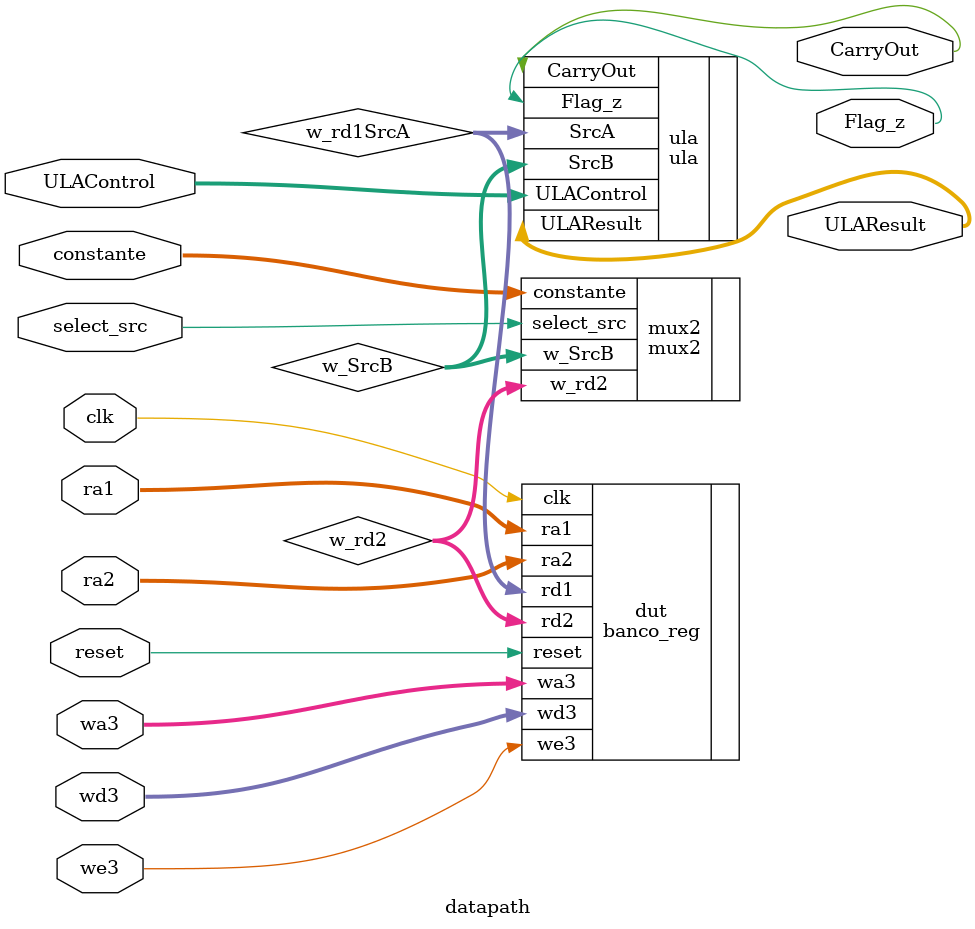
<source format=sv>
`timescale 1ns/10ps
module datapath #(
    parameter DataWidth = 8,
    parameter NumRegs = 8
) (
    input logic clk,        // Clock
    input logic reset,      // Reset assíncrono
    input logic [DataWidth-1:0] wd3,  // Entrada de dados
    input logic [2:0] wa3,  // Seleção do registrador
    input logic [2:0] ULAControl,  // Seleção da operação
    input logic we3,        // Habilita gravação de dados
    input logic select_src, // Seleciona saída do mux
    input logic [DataWidth-1:0] constante,  // Entrada constante
    input logic [2:0] ra1,  // Seleção de qual registrador será disponibilizado na saída rd1
    input logic [2:0] ra2,  // Seleção de qual registrador será disponibilizado na saída rd2
    output logic [DataWidth-1:0] ULAResult,  // Barramento 1 de saída de 8 bits
    output logic Flag_z, // Barramento 2 de saída de 8 bits
    output logic CarryOut // Barramento 2 de saída de 8 bits
);

    // Interconexões entre os módulos
    wire [DataWidth-1:0] w_rd1SrcA, w_rd2, w_SrcB;

    // Instancia o banco de registradores
    banco_reg dut (.clk(clk), .reset(reset), .wd3(wd3), .wa3(wa3), 
    .we3(we3), .ra1(ra1), .ra2(ra2), .rd1(w_rd1SrcA), .rd2(w_rd2)
    );

    // Instancia o mux de 2 entradas
    mux2 mux2(.w_rd2(w_rd2), .constante(constante), .select_src(select_src),
    .w_SrcB(w_SrcB) 
    );

    // Instancia a ULA
    ula ula(.SrcA(w_rd1SrcA), .SrcB(w_SrcB), .ULAResult(ULAResult),
    .ULAControl(ULAControl), .Flag_z(Flag_z), .CarryOut(CarryOut));

endmodule

</source>
